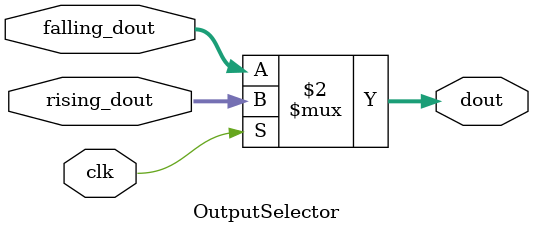
<source format=sv>
module DualEdgeLatch #(parameter DW=16) (
    input clk, 
    input [DW-1:0] din,
    output [DW-1:0] dout
);
    // 内部信号声明
    wire [DW-1:0] rising_dout;
    wire [DW-1:0] falling_dout;
    
    // 实例化上升沿锁存器
    RisingEdgeLatch #(.DW(DW)) rising_edge_latch (
        .clk(clk),
        .din(din),
        .dout(rising_dout)
    );
    
    // 实例化下降沿锁存器
    FallingEdgeLatch #(.DW(DW)) falling_edge_latch (
        .clk(clk),
        .din(din),
        .dout(falling_dout)
    );
    
    // 实例化输出选择器
    OutputSelector #(.DW(DW)) output_selector (
        .clk(clk),
        .rising_dout(rising_dout),
        .falling_dout(falling_dout),
        .dout(dout)
    );
endmodule

module RisingEdgeLatch #(parameter DW=16) (
    input clk,
    input [DW-1:0] din,
    output reg [DW-1:0] dout
);
    always @(posedge clk) begin
        dout <= din;
    end
endmodule

module FallingEdgeLatch #(parameter DW=16) (
    input clk,
    input [DW-1:0] din,
    output reg [DW-1:0] dout
);
    always @(negedge clk) begin
        dout <= din;
    end
endmodule

module OutputSelector #(parameter DW=16) (
    input clk,
    input [DW-1:0] rising_dout,
    input [DW-1:0] falling_dout,
    output reg [DW-1:0] dout
);
    always @(clk) begin
        dout <= clk ? rising_dout : falling_dout;
    end
endmodule
</source>
